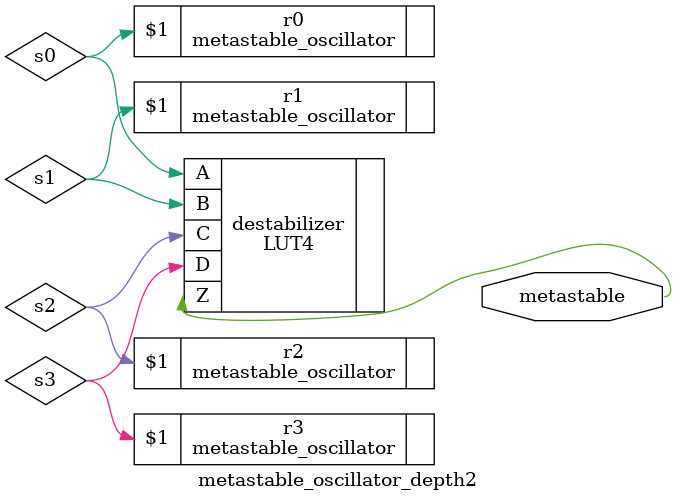
<source format=v>
/*
This file is part of verilog-buildingblocks,
by David R. Piegdon <dgit@piegdon.de>

verilog-buildingblocks is free software: you can redistribute it and/or modify
it under the terms of the GNU Lesser General Public License as published by
the Free Software Foundation, either version 3 of the License, or
(at your option) any later version.

verilog-buildingblocks is distributed in the hope that it will be useful,
but WITHOUT ANY WARRANTY; without even the implied warranty of
MERCHANTABILITY or FITNESS FOR A PARTICULAR PURPOSE.  See the
GNU Lesser General Public License for more details.

You should have received a copy of the GNU Lesser General Public License
along with verilog-buildingblocks.  If not, see <https://www.gnu.org/licenses/>.
*/

`ifndef __vbb__lattice_ecp5__metastable_oscillator_depth2_v__
`define __vbb__lattice_ecp5__metastable_oscillator_depth2_v__

`default_nettype none

`include "metastable_oscillator.v"

// Circuit generating an even more metastable output than
// metastable_oscillator.
module metastable_oscillator_depth2(output wire metastable);
	wire s0, s1, s2, s3;

	metastable_oscillator r0(s0);
	metastable_oscillator r1(s1);
	metastable_oscillator r2(s2);
	metastable_oscillator r3(s3);

	(* keep *)
	LUT4 #(.INIT(16'b0101_0011_0001_1110))
		destabilizer (.Z(metastable), .A(s0), .B(s1), .C(s2), .D(s3));
endmodule

`endif // __vbb__lattice_ecp5__metastable_oscillator_depth2_v__

</source>
